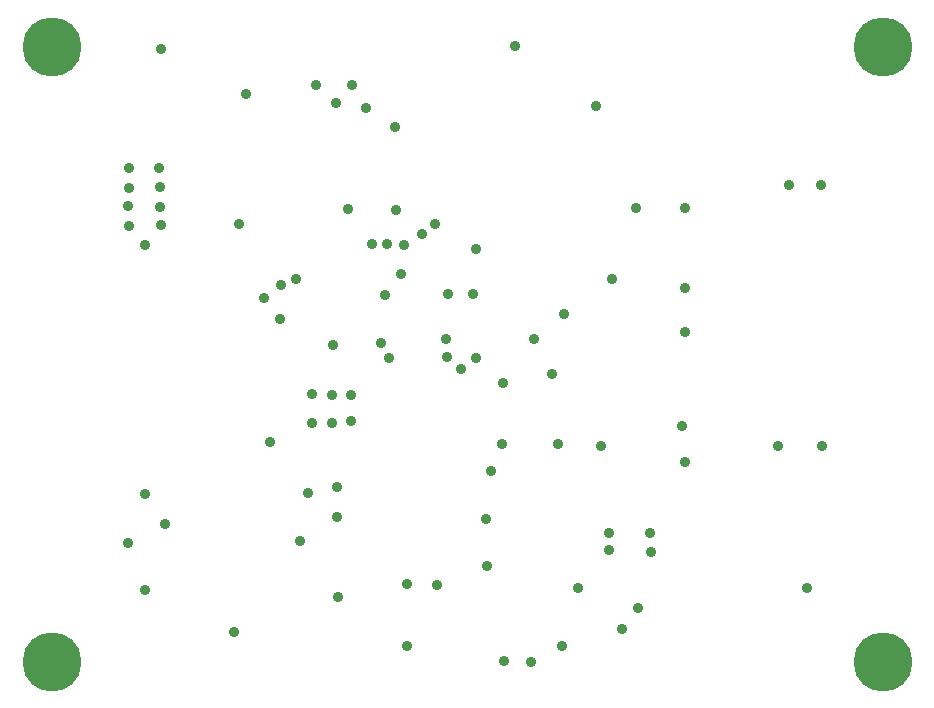
<source format=gbr>
G04 start of page 5 for group 3 idx 3 *
G04 Title: (unknown), signal3 *
G04 Creator: pcb 20140316 *
G04 CreationDate: Wed Jul  8 15:06:37 2015 UTC *
G04 For: frankenteddy *
G04 Format: Gerber/RS-274X *
G04 PCB-Dimensions (mil): 3270.00 2515.00 *
G04 PCB-Coordinate-Origin: lower left *
%MOIN*%
%FSLAX25Y25*%
%LNGROUP3*%
%ADD42C,0.1575*%
%ADD41C,0.0150*%
%ADD40C,0.1968*%
%ADD39C,0.0350*%
G54D39*X153000Y147000D03*
X162500Y162200D03*
X162450Y125850D03*
X152700Y126100D03*
X157500Y122000D03*
X152400Y132100D03*
G54D40*X298000Y24500D03*
G54D39*X272900Y48900D03*
X139300Y50400D03*
X149500Y50100D03*
X216400Y42500D03*
X196300Y49100D03*
X206900Y67300D03*
X220500D03*
X220800Y61100D03*
X206900Y61800D03*
X211000Y35400D03*
X191000Y29600D03*
X180800Y24400D03*
X171600Y24600D03*
X139300Y29700D03*
X165900Y72200D03*
X166000Y56400D03*
X161500Y147000D03*
X232000Y149000D03*
X207900Y152000D03*
X232000Y91000D03*
X189700Y97100D03*
X204100Y96300D03*
X231000Y103000D03*
X171000Y97100D03*
X167300Y88200D03*
X232000Y134500D03*
X171500Y117500D03*
X187600Y120300D03*
X181800Y131900D03*
X191900Y140400D03*
X263000Y96400D03*
X277600Y96300D03*
X57200Y176200D03*
X119600Y175500D03*
X215600Y175700D03*
X232200Y175600D03*
X277300Y183300D03*
X266900Y183400D03*
X175300Y229600D03*
G54D40*X298000Y229500D03*
G54D39*X202300Y209700D03*
X121100Y216800D03*
X109100D03*
X85900Y213600D03*
G54D40*X21000Y229500D03*
G54D39*X57300Y228700D03*
X115600Y210800D03*
X125900Y209200D03*
X52000Y163500D03*
X56600Y188900D03*
X46700D03*
X46600Y182500D03*
Y169700D03*
X57000Y182700D03*
X135500Y202800D03*
X46500Y176300D03*
X57500Y169900D03*
X148700Y170500D03*
X144500Y166900D03*
X138400Y163500D03*
X83300Y170300D03*
G54D40*X21000Y24500D03*
G54D39*X52000Y48500D03*
Y80500D03*
X46300Y64000D03*
X106300Y80600D03*
X116200Y72600D03*
X116100Y82800D03*
X116500Y45900D03*
X103700Y64600D03*
X81700Y34400D03*
X58700Y70400D03*
X97500Y150100D03*
X102400Y152200D03*
X91600Y145700D03*
X97000Y138600D03*
X135800Y175100D03*
X130900Y130600D03*
X132800Y163600D03*
X127800Y163700D03*
X132100Y146800D03*
X137500Y153600D03*
X114700Y130200D03*
X133400Y125800D03*
X93900Y97800D03*
X120700Y113400D03*
X120600Y104600D03*
X114400Y113400D03*
X114300Y104200D03*
X107800Y113800D03*
Y104200D03*
G54D41*G54D42*G54D41*G54D42*G54D41*G54D42*G54D41*G54D42*G54D41*M02*

</source>
